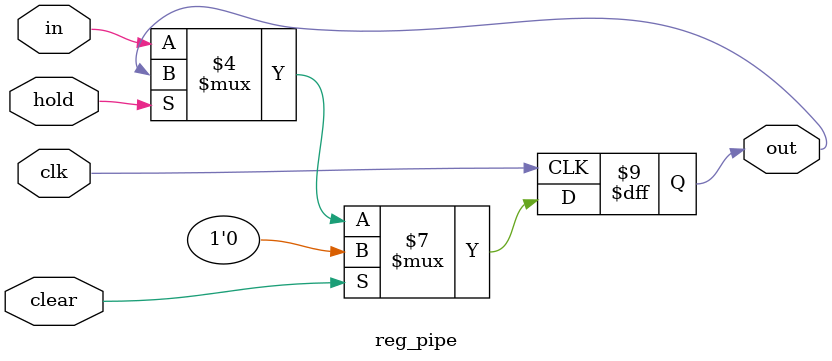
<source format=v>
`timescale 1ns / 1ps
module reg_pipe (
	input clk,
	input clear,
	input hold,
	input wire [N-1:0] in,
	output reg [N-1:0] out);

	parameter N = 1;

	initial begin
		out <= {N{1'b0}};
	end;
	always @(posedge clk) begin
		if (clear)
			out <= {N{1'b0}};
		else if (hold)
			out <= out;
		else
			out <= in;
	end
	
endmodule
</source>
